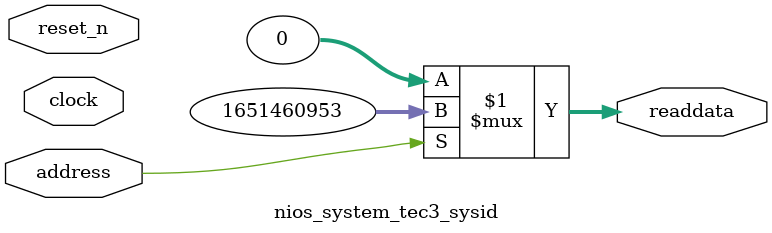
<source format=v>



// synthesis translate_off
`timescale 1ns / 1ps
// synthesis translate_on

// turn off superfluous verilog processor warnings 
// altera message_level Level1 
// altera message_off 10034 10035 10036 10037 10230 10240 10030 

module nios_system_tec3_sysid (
               // inputs:
                address,
                clock,
                reset_n,

               // outputs:
                readdata
             )
;

  output  [ 31: 0] readdata;
  input            address;
  input            clock;
  input            reset_n;

  wire    [ 31: 0] readdata;
  //control_slave, which is an e_avalon_slave
  assign readdata = address ? 1651460953 : 0;

endmodule



</source>
